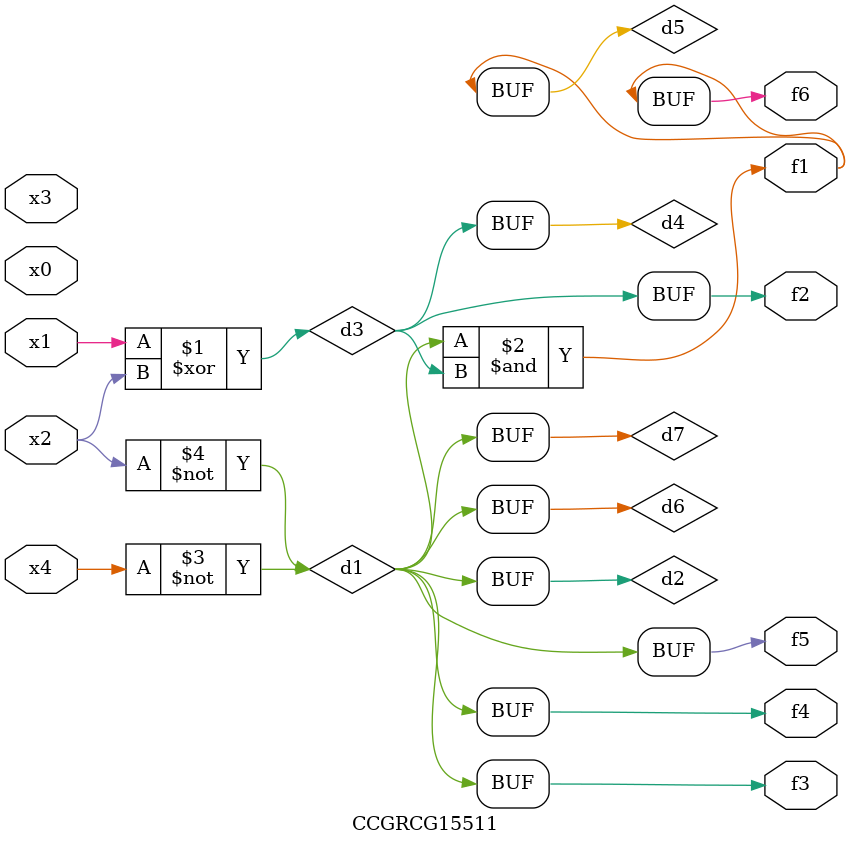
<source format=v>
module CCGRCG15511(
	input x0, x1, x2, x3, x4,
	output f1, f2, f3, f4, f5, f6
);

	wire d1, d2, d3, d4, d5, d6, d7;

	not (d1, x4);
	not (d2, x2);
	xor (d3, x1, x2);
	buf (d4, d3);
	and (d5, d1, d3);
	buf (d6, d1, d2);
	buf (d7, d2);
	assign f1 = d5;
	assign f2 = d4;
	assign f3 = d7;
	assign f4 = d7;
	assign f5 = d7;
	assign f6 = d5;
endmodule

</source>
